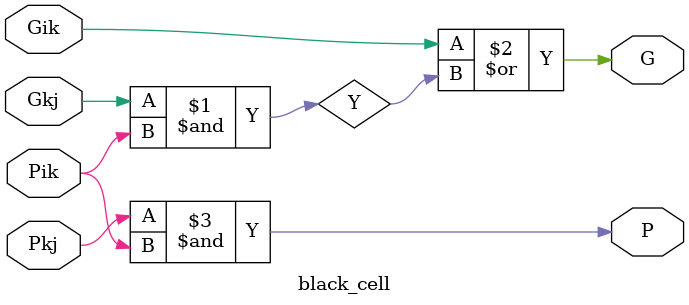
<source format=v>
`timescale 1ns / 1ps


module black_cell(Gkj, Pik, Gik, Pkj, G, P);
 //black cell 
 input Gkj, Pik, Gik, Pkj;
 output G, P;
 wire Y;

    and(Y, Gkj, Pik);
    or(G, Gik, Y);
    and(P, Pkj, Pik);
     
endmodule


</source>
